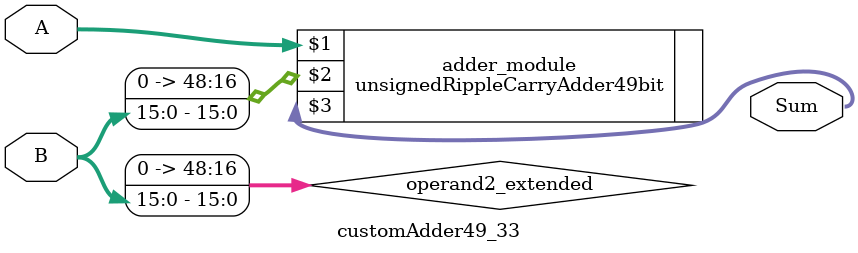
<source format=v>
module customAdder49_33(
                        input [48 : 0] A,
                        input [15 : 0] B,
                        
                        output [49 : 0] Sum
                );

        wire [48 : 0] operand2_extended;
        
        assign operand2_extended =  {33'b0, B};
        
        unsignedRippleCarryAdder49bit adder_module(
            A,
            operand2_extended,
            Sum
        );
        
        endmodule
        
</source>
